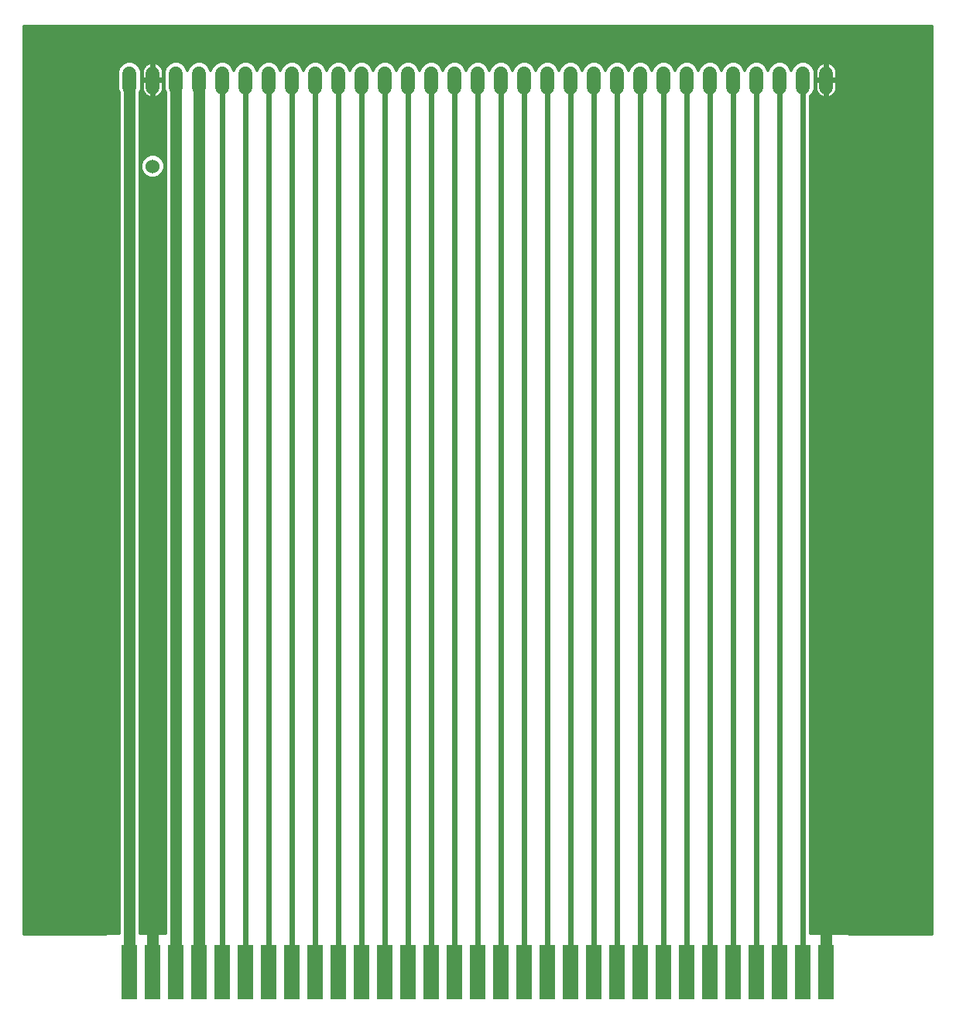
<source format=gbl>
G75*
G70*
%OFA0B0*%
%FSLAX24Y24*%
%IPPOS*%
%LPD*%
%AMOC8*
5,1,8,0,0,1.08239X$1,22.5*
%
%ADD10R,0.0650X0.2350*%
%ADD11C,0.0600*%
%ADD12C,0.2500*%
%ADD13C,0.0120*%
%ADD14C,0.0500*%
%ADD15C,0.0600*%
%ADD16C,0.0240*%
D10*
X005180Y001915D03*
X006180Y001915D03*
X007180Y001915D03*
X008180Y001915D03*
X009180Y001915D03*
X010180Y001915D03*
X011180Y001915D03*
X012180Y001915D03*
X013180Y001915D03*
X014180Y001915D03*
X015180Y001915D03*
X016180Y001915D03*
X017180Y001915D03*
X018180Y001915D03*
X019180Y001915D03*
X020180Y001915D03*
X021180Y001915D03*
X022180Y001915D03*
X023180Y001915D03*
X024180Y001915D03*
X025180Y001915D03*
X026180Y001915D03*
X027180Y001915D03*
X028180Y001915D03*
X029180Y001915D03*
X030180Y001915D03*
X031180Y001915D03*
X032180Y001915D03*
X033180Y001915D03*
X034180Y001915D03*
X035180Y001915D03*
D11*
X035180Y040005D02*
X035180Y040605D01*
X034180Y040605D02*
X034180Y040005D01*
X033180Y040005D02*
X033180Y040605D01*
X032180Y040605D02*
X032180Y040005D01*
X031180Y040005D02*
X031180Y040605D01*
X030180Y040605D02*
X030180Y040005D01*
X029180Y040005D02*
X029180Y040605D01*
X028180Y040605D02*
X028180Y040005D01*
X027180Y040005D02*
X027180Y040605D01*
X026180Y040605D02*
X026180Y040005D01*
X025180Y040005D02*
X025180Y040605D01*
X024180Y040605D02*
X024180Y040005D01*
X023180Y040005D02*
X023180Y040605D01*
X022180Y040605D02*
X022180Y040005D01*
X021180Y040005D02*
X021180Y040605D01*
X020180Y040605D02*
X020180Y040005D01*
X019180Y040005D02*
X019180Y040605D01*
X018180Y040605D02*
X018180Y040005D01*
X017180Y040005D02*
X017180Y040605D01*
X016180Y040605D02*
X016180Y040005D01*
X015180Y040005D02*
X015180Y040605D01*
X014180Y040605D02*
X014180Y040005D01*
X013180Y040005D02*
X013180Y040605D01*
X012180Y040605D02*
X012180Y040005D01*
X011180Y040005D02*
X011180Y040605D01*
X010180Y040605D02*
X010180Y040005D01*
X009180Y040005D02*
X009180Y040605D01*
X008180Y040605D02*
X008180Y040005D01*
X007180Y040005D02*
X007180Y040605D01*
X006180Y040605D02*
X006180Y040005D01*
X005180Y040005D02*
X005180Y040605D01*
D12*
X002180Y041100D03*
X002180Y005100D03*
X038180Y005100D03*
X038180Y041100D03*
D13*
X000640Y042640D02*
X000640Y003560D01*
X004180Y003560D01*
X004180Y003600D01*
X004720Y003600D01*
X004720Y039783D01*
X004670Y039904D01*
X004670Y040706D01*
X004748Y040894D01*
X004891Y041037D01*
X005079Y041115D01*
X005281Y041115D01*
X005469Y041037D01*
X005612Y040894D01*
X005690Y040706D01*
X005690Y039904D01*
X005640Y039783D01*
X005640Y003600D01*
X006720Y003600D01*
X006720Y039783D01*
X006670Y039904D01*
X006670Y040706D01*
X006748Y040894D01*
X006891Y041037D01*
X007079Y041115D01*
X007281Y041115D01*
X007469Y041037D01*
X007612Y040894D01*
X007680Y040731D01*
X007748Y040894D01*
X007891Y041037D01*
X008079Y041115D01*
X008281Y041115D01*
X008469Y041037D01*
X008612Y040894D01*
X008680Y040731D01*
X008748Y040894D01*
X008891Y041037D01*
X009079Y041115D01*
X009281Y041115D01*
X009469Y041037D01*
X009612Y040894D01*
X009680Y040731D01*
X009748Y040894D01*
X009891Y041037D01*
X010079Y041115D01*
X010281Y041115D01*
X010469Y041037D01*
X010612Y040894D01*
X010680Y040731D01*
X010748Y040894D01*
X010891Y041037D01*
X011079Y041115D01*
X011281Y041115D01*
X011469Y041037D01*
X011612Y040894D01*
X011680Y040731D01*
X011748Y040894D01*
X011891Y041037D01*
X012079Y041115D01*
X012281Y041115D01*
X012469Y041037D01*
X012612Y040894D01*
X012680Y040731D01*
X012748Y040894D01*
X012891Y041037D01*
X013079Y041115D01*
X013281Y041115D01*
X013469Y041037D01*
X013612Y040894D01*
X013680Y040731D01*
X013748Y040894D01*
X013891Y041037D01*
X014079Y041115D01*
X014281Y041115D01*
X014469Y041037D01*
X014612Y040894D01*
X014680Y040731D01*
X014748Y040894D01*
X014891Y041037D01*
X015079Y041115D01*
X015281Y041115D01*
X015469Y041037D01*
X015612Y040894D01*
X015680Y040731D01*
X015748Y040894D01*
X015891Y041037D01*
X016079Y041115D01*
X016281Y041115D01*
X016469Y041037D01*
X016612Y040894D01*
X016680Y040731D01*
X016748Y040894D01*
X016891Y041037D01*
X017079Y041115D01*
X017281Y041115D01*
X017469Y041037D01*
X017612Y040894D01*
X017680Y040731D01*
X017748Y040894D01*
X017891Y041037D01*
X018079Y041115D01*
X018281Y041115D01*
X018469Y041037D01*
X018612Y040894D01*
X018680Y040731D01*
X018748Y040894D01*
X018891Y041037D01*
X019079Y041115D01*
X019281Y041115D01*
X019469Y041037D01*
X019612Y040894D01*
X019680Y040731D01*
X019748Y040894D01*
X019891Y041037D01*
X020079Y041115D01*
X020281Y041115D01*
X020469Y041037D01*
X020612Y040894D01*
X020680Y040731D01*
X020748Y040894D01*
X020891Y041037D01*
X021079Y041115D01*
X021281Y041115D01*
X021469Y041037D01*
X021612Y040894D01*
X021680Y040731D01*
X021748Y040894D01*
X021891Y041037D01*
X022079Y041115D01*
X022281Y041115D01*
X022469Y041037D01*
X022612Y040894D01*
X022680Y040731D01*
X022748Y040894D01*
X022891Y041037D01*
X023079Y041115D01*
X023281Y041115D01*
X023469Y041037D01*
X023612Y040894D01*
X023680Y040731D01*
X023748Y040894D01*
X023891Y041037D01*
X024079Y041115D01*
X024281Y041115D01*
X024469Y041037D01*
X024612Y040894D01*
X024680Y040731D01*
X024748Y040894D01*
X024891Y041037D01*
X025079Y041115D01*
X025281Y041115D01*
X025469Y041037D01*
X025612Y040894D01*
X025680Y040731D01*
X025748Y040894D01*
X025891Y041037D01*
X026079Y041115D01*
X026281Y041115D01*
X026469Y041037D01*
X026612Y040894D01*
X026680Y040731D01*
X026748Y040894D01*
X026891Y041037D01*
X027079Y041115D01*
X027281Y041115D01*
X027469Y041037D01*
X027612Y040894D01*
X027680Y040731D01*
X027748Y040894D01*
X027891Y041037D01*
X028079Y041115D01*
X028281Y041115D01*
X028469Y041037D01*
X028612Y040894D01*
X028680Y040731D01*
X028748Y040894D01*
X028891Y041037D01*
X029079Y041115D01*
X029281Y041115D01*
X029469Y041037D01*
X029612Y040894D01*
X029680Y040731D01*
X029748Y040894D01*
X029891Y041037D01*
X030079Y041115D01*
X030281Y041115D01*
X030469Y041037D01*
X030612Y040894D01*
X030680Y040731D01*
X030748Y040894D01*
X030891Y041037D01*
X031079Y041115D01*
X031281Y041115D01*
X031469Y041037D01*
X031612Y040894D01*
X031680Y040731D01*
X031748Y040894D01*
X031891Y041037D01*
X032079Y041115D01*
X032281Y041115D01*
X032469Y041037D01*
X032612Y040894D01*
X032680Y040731D01*
X032748Y040894D01*
X032891Y041037D01*
X033079Y041115D01*
X033281Y041115D01*
X033469Y041037D01*
X033612Y040894D01*
X033680Y040731D01*
X033748Y040894D01*
X033891Y041037D01*
X034079Y041115D01*
X034281Y041115D01*
X034469Y041037D01*
X034612Y040894D01*
X034690Y040706D01*
X034690Y039904D01*
X034612Y039716D01*
X034510Y039614D01*
X034510Y003600D01*
X036180Y003600D01*
X036180Y003560D01*
X039720Y003560D01*
X039720Y042640D01*
X000640Y042640D01*
X000640Y042561D02*
X039720Y042561D01*
X039720Y042442D02*
X000640Y042442D01*
X000640Y042324D02*
X039720Y042324D01*
X039720Y042205D02*
X000640Y042205D01*
X000640Y042087D02*
X039720Y042087D01*
X039720Y041968D02*
X000640Y041968D01*
X000640Y041850D02*
X039720Y041850D01*
X039720Y041731D02*
X000640Y041731D01*
X000640Y041613D02*
X039720Y041613D01*
X039720Y041494D02*
X000640Y041494D01*
X000640Y041376D02*
X039720Y041376D01*
X039720Y041257D02*
X000640Y041257D01*
X000640Y041139D02*
X039720Y041139D01*
X039720Y041020D02*
X035379Y041020D01*
X035357Y041031D02*
X035288Y041054D01*
X035220Y041064D01*
X035220Y040345D01*
X035640Y040345D01*
X035640Y040641D01*
X035629Y040713D01*
X035606Y040782D01*
X035573Y040846D01*
X035531Y040905D01*
X035480Y040956D01*
X035421Y040998D01*
X035357Y041031D01*
X035220Y041020D02*
X035140Y041020D01*
X035140Y041064D02*
X035072Y041054D01*
X035003Y041031D01*
X034939Y040998D01*
X034880Y040956D01*
X034829Y040905D01*
X034787Y040846D01*
X034754Y040782D01*
X034731Y040713D01*
X034720Y040641D01*
X034720Y040345D01*
X035140Y040345D01*
X035140Y041064D01*
X035140Y040902D02*
X035220Y040902D01*
X035220Y040783D02*
X035140Y040783D01*
X035140Y040665D02*
X035220Y040665D01*
X035220Y040546D02*
X035140Y040546D01*
X035140Y040428D02*
X035220Y040428D01*
X035220Y040345D02*
X035140Y040345D01*
X035140Y040265D01*
X035220Y040265D01*
X035220Y040345D01*
X035220Y040309D02*
X039720Y040309D01*
X039720Y040191D02*
X035640Y040191D01*
X035640Y040265D02*
X035220Y040265D01*
X035220Y039546D01*
X035288Y039556D01*
X035357Y039579D01*
X035421Y039612D01*
X035480Y039654D01*
X035531Y039705D01*
X035573Y039764D01*
X035606Y039828D01*
X035629Y039897D01*
X035640Y039969D01*
X035640Y040265D01*
X035640Y040428D02*
X039720Y040428D01*
X039720Y040546D02*
X035640Y040546D01*
X035636Y040665D02*
X039720Y040665D01*
X039720Y040783D02*
X035606Y040783D01*
X035533Y040902D02*
X039720Y040902D01*
X039720Y040072D02*
X035640Y040072D01*
X035638Y039954D02*
X039720Y039954D01*
X039720Y039835D02*
X035608Y039835D01*
X035539Y039717D02*
X039720Y039717D01*
X039720Y039598D02*
X035395Y039598D01*
X035220Y039598D02*
X035140Y039598D01*
X035140Y039546D02*
X035140Y040265D01*
X034720Y040265D01*
X034720Y039969D01*
X034731Y039897D01*
X034754Y039828D01*
X034787Y039764D01*
X034829Y039705D01*
X034880Y039654D01*
X034939Y039612D01*
X035003Y039579D01*
X035072Y039556D01*
X035140Y039546D01*
X035140Y039717D02*
X035220Y039717D01*
X035220Y039835D02*
X035140Y039835D01*
X035140Y039954D02*
X035220Y039954D01*
X035220Y040072D02*
X035140Y040072D01*
X035140Y040191D02*
X035220Y040191D01*
X035140Y040309D02*
X034690Y040309D01*
X034690Y040191D02*
X034720Y040191D01*
X034720Y040072D02*
X034690Y040072D01*
X034690Y039954D02*
X034722Y039954D01*
X034752Y039835D02*
X034662Y039835D01*
X034613Y039717D02*
X034821Y039717D01*
X034965Y039598D02*
X034510Y039598D01*
X034510Y039480D02*
X039720Y039480D01*
X039720Y039361D02*
X034510Y039361D01*
X034510Y039243D02*
X039720Y039243D01*
X039720Y039124D02*
X034510Y039124D01*
X034510Y039006D02*
X039720Y039006D01*
X039720Y038887D02*
X034510Y038887D01*
X034510Y038769D02*
X039720Y038769D01*
X039720Y038650D02*
X034510Y038650D01*
X034510Y038532D02*
X039720Y038532D01*
X039720Y038413D02*
X034510Y038413D01*
X034510Y038295D02*
X039720Y038295D01*
X039720Y038176D02*
X034510Y038176D01*
X034510Y038058D02*
X039720Y038058D01*
X039720Y037939D02*
X034510Y037939D01*
X034510Y037821D02*
X039720Y037821D01*
X039720Y037702D02*
X034510Y037702D01*
X034510Y037584D02*
X039720Y037584D01*
X039720Y037465D02*
X034510Y037465D01*
X034510Y037347D02*
X039720Y037347D01*
X039720Y037228D02*
X034510Y037228D01*
X034510Y037110D02*
X039720Y037110D01*
X039720Y036991D02*
X034510Y036991D01*
X034510Y036873D02*
X039720Y036873D01*
X039720Y036754D02*
X034510Y036754D01*
X034510Y036636D02*
X039720Y036636D01*
X039720Y036517D02*
X034510Y036517D01*
X034510Y036399D02*
X039720Y036399D01*
X039720Y036280D02*
X034510Y036280D01*
X034510Y036162D02*
X039720Y036162D01*
X039720Y036043D02*
X034510Y036043D01*
X034510Y035925D02*
X039720Y035925D01*
X039720Y035806D02*
X034510Y035806D01*
X034510Y035688D02*
X039720Y035688D01*
X039720Y035569D02*
X034510Y035569D01*
X034510Y035451D02*
X039720Y035451D01*
X039720Y035332D02*
X034510Y035332D01*
X034510Y035214D02*
X039720Y035214D01*
X039720Y035095D02*
X034510Y035095D01*
X034510Y034977D02*
X039720Y034977D01*
X039720Y034858D02*
X034510Y034858D01*
X034510Y034740D02*
X039720Y034740D01*
X039720Y034621D02*
X034510Y034621D01*
X034510Y034503D02*
X039720Y034503D01*
X039720Y034384D02*
X034510Y034384D01*
X034510Y034266D02*
X039720Y034266D01*
X039720Y034147D02*
X034510Y034147D01*
X034510Y034029D02*
X039720Y034029D01*
X039720Y033910D02*
X034510Y033910D01*
X034510Y033792D02*
X039720Y033792D01*
X039720Y033673D02*
X034510Y033673D01*
X034510Y033555D02*
X039720Y033555D01*
X039720Y033436D02*
X034510Y033436D01*
X034510Y033318D02*
X039720Y033318D01*
X039720Y033199D02*
X034510Y033199D01*
X034510Y033081D02*
X039720Y033081D01*
X039720Y032962D02*
X034510Y032962D01*
X034510Y032844D02*
X039720Y032844D01*
X039720Y032725D02*
X034510Y032725D01*
X034510Y032607D02*
X039720Y032607D01*
X039720Y032488D02*
X034510Y032488D01*
X034510Y032370D02*
X039720Y032370D01*
X039720Y032251D02*
X034510Y032251D01*
X034510Y032133D02*
X039720Y032133D01*
X039720Y032014D02*
X034510Y032014D01*
X034510Y031896D02*
X039720Y031896D01*
X039720Y031777D02*
X034510Y031777D01*
X034510Y031659D02*
X039720Y031659D01*
X039720Y031540D02*
X034510Y031540D01*
X034510Y031422D02*
X039720Y031422D01*
X039720Y031303D02*
X034510Y031303D01*
X034510Y031185D02*
X039720Y031185D01*
X039720Y031066D02*
X034510Y031066D01*
X034510Y030948D02*
X039720Y030948D01*
X039720Y030829D02*
X034510Y030829D01*
X034510Y030711D02*
X039720Y030711D01*
X039720Y030592D02*
X034510Y030592D01*
X034510Y030474D02*
X039720Y030474D01*
X039720Y030355D02*
X034510Y030355D01*
X034510Y030237D02*
X039720Y030237D01*
X039720Y030118D02*
X034510Y030118D01*
X034510Y030000D02*
X039720Y030000D01*
X039720Y029881D02*
X034510Y029881D01*
X034510Y029763D02*
X039720Y029763D01*
X039720Y029644D02*
X034510Y029644D01*
X034510Y029526D02*
X039720Y029526D01*
X039720Y029407D02*
X034510Y029407D01*
X034510Y029289D02*
X039720Y029289D01*
X039720Y029170D02*
X034510Y029170D01*
X034510Y029052D02*
X039720Y029052D01*
X039720Y028933D02*
X034510Y028933D01*
X034510Y028815D02*
X039720Y028815D01*
X039720Y028696D02*
X034510Y028696D01*
X034510Y028578D02*
X039720Y028578D01*
X039720Y028459D02*
X034510Y028459D01*
X034510Y028341D02*
X039720Y028341D01*
X039720Y028222D02*
X034510Y028222D01*
X034510Y028104D02*
X039720Y028104D01*
X039720Y027985D02*
X034510Y027985D01*
X034510Y027867D02*
X039720Y027867D01*
X039720Y027748D02*
X034510Y027748D01*
X034510Y027630D02*
X039720Y027630D01*
X039720Y027511D02*
X034510Y027511D01*
X034510Y027393D02*
X039720Y027393D01*
X039720Y027274D02*
X034510Y027274D01*
X034510Y027156D02*
X039720Y027156D01*
X039720Y027037D02*
X034510Y027037D01*
X034510Y026919D02*
X039720Y026919D01*
X039720Y026800D02*
X034510Y026800D01*
X034510Y026682D02*
X039720Y026682D01*
X039720Y026563D02*
X034510Y026563D01*
X034510Y026445D02*
X039720Y026445D01*
X039720Y026326D02*
X034510Y026326D01*
X034510Y026208D02*
X039720Y026208D01*
X039720Y026089D02*
X034510Y026089D01*
X034510Y025971D02*
X039720Y025971D01*
X039720Y025852D02*
X034510Y025852D01*
X034510Y025734D02*
X039720Y025734D01*
X039720Y025615D02*
X034510Y025615D01*
X034510Y025497D02*
X039720Y025497D01*
X039720Y025378D02*
X034510Y025378D01*
X034510Y025260D02*
X039720Y025260D01*
X039720Y025141D02*
X034510Y025141D01*
X034510Y025023D02*
X039720Y025023D01*
X039720Y024904D02*
X034510Y024904D01*
X034510Y024786D02*
X039720Y024786D01*
X039720Y024667D02*
X034510Y024667D01*
X034510Y024549D02*
X039720Y024549D01*
X039720Y024430D02*
X034510Y024430D01*
X034510Y024312D02*
X039720Y024312D01*
X039720Y024193D02*
X034510Y024193D01*
X034510Y024075D02*
X039720Y024075D01*
X039720Y023956D02*
X034510Y023956D01*
X034510Y023838D02*
X039720Y023838D01*
X039720Y023719D02*
X034510Y023719D01*
X034510Y023601D02*
X039720Y023601D01*
X039720Y023482D02*
X034510Y023482D01*
X034510Y023364D02*
X039720Y023364D01*
X039720Y023245D02*
X034510Y023245D01*
X034510Y023127D02*
X039720Y023127D01*
X039720Y023008D02*
X034510Y023008D01*
X034510Y022890D02*
X039720Y022890D01*
X039720Y022771D02*
X034510Y022771D01*
X034510Y022653D02*
X039720Y022653D01*
X039720Y022534D02*
X034510Y022534D01*
X034510Y022416D02*
X039720Y022416D01*
X039720Y022297D02*
X034510Y022297D01*
X034510Y022179D02*
X039720Y022179D01*
X039720Y022060D02*
X034510Y022060D01*
X034510Y021942D02*
X039720Y021942D01*
X039720Y021823D02*
X034510Y021823D01*
X034510Y021705D02*
X039720Y021705D01*
X039720Y021586D02*
X034510Y021586D01*
X034510Y021468D02*
X039720Y021468D01*
X039720Y021349D02*
X034510Y021349D01*
X034510Y021231D02*
X039720Y021231D01*
X039720Y021112D02*
X034510Y021112D01*
X034510Y020994D02*
X039720Y020994D01*
X039720Y020875D02*
X034510Y020875D01*
X034510Y020757D02*
X039720Y020757D01*
X039720Y020638D02*
X034510Y020638D01*
X034510Y020520D02*
X039720Y020520D01*
X039720Y020401D02*
X034510Y020401D01*
X034510Y020283D02*
X039720Y020283D01*
X039720Y020164D02*
X034510Y020164D01*
X034510Y020046D02*
X039720Y020046D01*
X039720Y019927D02*
X034510Y019927D01*
X034510Y019809D02*
X039720Y019809D01*
X039720Y019690D02*
X034510Y019690D01*
X034510Y019572D02*
X039720Y019572D01*
X039720Y019453D02*
X034510Y019453D01*
X034510Y019335D02*
X039720Y019335D01*
X039720Y019216D02*
X034510Y019216D01*
X034510Y019098D02*
X039720Y019098D01*
X039720Y018979D02*
X034510Y018979D01*
X034510Y018861D02*
X039720Y018861D01*
X039720Y018742D02*
X034510Y018742D01*
X034510Y018624D02*
X039720Y018624D01*
X039720Y018505D02*
X034510Y018505D01*
X034510Y018387D02*
X039720Y018387D01*
X039720Y018268D02*
X034510Y018268D01*
X034510Y018150D02*
X039720Y018150D01*
X039720Y018031D02*
X034510Y018031D01*
X034510Y017913D02*
X039720Y017913D01*
X039720Y017794D02*
X034510Y017794D01*
X034510Y017676D02*
X039720Y017676D01*
X039720Y017557D02*
X034510Y017557D01*
X034510Y017439D02*
X039720Y017439D01*
X039720Y017320D02*
X034510Y017320D01*
X034510Y017202D02*
X039720Y017202D01*
X039720Y017083D02*
X034510Y017083D01*
X034510Y016965D02*
X039720Y016965D01*
X039720Y016846D02*
X034510Y016846D01*
X034510Y016728D02*
X039720Y016728D01*
X039720Y016609D02*
X034510Y016609D01*
X034510Y016491D02*
X039720Y016491D01*
X039720Y016372D02*
X034510Y016372D01*
X034510Y016254D02*
X039720Y016254D01*
X039720Y016135D02*
X034510Y016135D01*
X034510Y016017D02*
X039720Y016017D01*
X039720Y015898D02*
X034510Y015898D01*
X034510Y015780D02*
X039720Y015780D01*
X039720Y015661D02*
X034510Y015661D01*
X034510Y015543D02*
X039720Y015543D01*
X039720Y015424D02*
X034510Y015424D01*
X034510Y015306D02*
X039720Y015306D01*
X039720Y015187D02*
X034510Y015187D01*
X034510Y015069D02*
X039720Y015069D01*
X039720Y014950D02*
X034510Y014950D01*
X034510Y014832D02*
X039720Y014832D01*
X039720Y014713D02*
X034510Y014713D01*
X034510Y014595D02*
X039720Y014595D01*
X039720Y014476D02*
X034510Y014476D01*
X034510Y014358D02*
X039720Y014358D01*
X039720Y014239D02*
X034510Y014239D01*
X034510Y014121D02*
X039720Y014121D01*
X039720Y014002D02*
X034510Y014002D01*
X034510Y013884D02*
X039720Y013884D01*
X039720Y013765D02*
X034510Y013765D01*
X034510Y013647D02*
X039720Y013647D01*
X039720Y013528D02*
X034510Y013528D01*
X034510Y013410D02*
X039720Y013410D01*
X039720Y013291D02*
X034510Y013291D01*
X034510Y013173D02*
X039720Y013173D01*
X039720Y013054D02*
X034510Y013054D01*
X034510Y012936D02*
X039720Y012936D01*
X039720Y012817D02*
X034510Y012817D01*
X034510Y012699D02*
X039720Y012699D01*
X039720Y012580D02*
X034510Y012580D01*
X034510Y012462D02*
X039720Y012462D01*
X039720Y012343D02*
X034510Y012343D01*
X034510Y012225D02*
X039720Y012225D01*
X039720Y012106D02*
X034510Y012106D01*
X034510Y011988D02*
X039720Y011988D01*
X039720Y011869D02*
X034510Y011869D01*
X034510Y011751D02*
X039720Y011751D01*
X039720Y011632D02*
X034510Y011632D01*
X034510Y011514D02*
X039720Y011514D01*
X039720Y011395D02*
X034510Y011395D01*
X034510Y011277D02*
X039720Y011277D01*
X039720Y011158D02*
X034510Y011158D01*
X034510Y011040D02*
X039720Y011040D01*
X039720Y010921D02*
X034510Y010921D01*
X034510Y010803D02*
X039720Y010803D01*
X039720Y010684D02*
X034510Y010684D01*
X034510Y010566D02*
X039720Y010566D01*
X039720Y010447D02*
X034510Y010447D01*
X034510Y010329D02*
X039720Y010329D01*
X039720Y010210D02*
X034510Y010210D01*
X034510Y010092D02*
X039720Y010092D01*
X039720Y009973D02*
X034510Y009973D01*
X034510Y009855D02*
X039720Y009855D01*
X039720Y009736D02*
X034510Y009736D01*
X034510Y009618D02*
X039720Y009618D01*
X039720Y009499D02*
X034510Y009499D01*
X034510Y009381D02*
X039720Y009381D01*
X039720Y009262D02*
X034510Y009262D01*
X034510Y009144D02*
X039720Y009144D01*
X039720Y009025D02*
X034510Y009025D01*
X034510Y008907D02*
X039720Y008907D01*
X039720Y008788D02*
X034510Y008788D01*
X034510Y008670D02*
X039720Y008670D01*
X039720Y008551D02*
X034510Y008551D01*
X034510Y008433D02*
X039720Y008433D01*
X039720Y008314D02*
X034510Y008314D01*
X034510Y008196D02*
X039720Y008196D01*
X039720Y008077D02*
X034510Y008077D01*
X034510Y007959D02*
X039720Y007959D01*
X039720Y007840D02*
X034510Y007840D01*
X034510Y007722D02*
X039720Y007722D01*
X039720Y007603D02*
X034510Y007603D01*
X034510Y007485D02*
X039720Y007485D01*
X039720Y007366D02*
X034510Y007366D01*
X034510Y007248D02*
X039720Y007248D01*
X039720Y007129D02*
X034510Y007129D01*
X034510Y007011D02*
X039720Y007011D01*
X039720Y006892D02*
X034510Y006892D01*
X034510Y006774D02*
X039720Y006774D01*
X039720Y006655D02*
X034510Y006655D01*
X034510Y006537D02*
X039720Y006537D01*
X039720Y006418D02*
X034510Y006418D01*
X034510Y006300D02*
X039720Y006300D01*
X039720Y006181D02*
X034510Y006181D01*
X034510Y006063D02*
X039720Y006063D01*
X039720Y005944D02*
X034510Y005944D01*
X034510Y005826D02*
X039720Y005826D01*
X039720Y005707D02*
X034510Y005707D01*
X034510Y005589D02*
X039720Y005589D01*
X039720Y005470D02*
X034510Y005470D01*
X034510Y005352D02*
X039720Y005352D01*
X039720Y005233D02*
X034510Y005233D01*
X034510Y005115D02*
X039720Y005115D01*
X039720Y004996D02*
X034510Y004996D01*
X034510Y004878D02*
X039720Y004878D01*
X039720Y004759D02*
X034510Y004759D01*
X034510Y004641D02*
X039720Y004641D01*
X039720Y004522D02*
X034510Y004522D01*
X034510Y004404D02*
X039720Y004404D01*
X039720Y004285D02*
X034510Y004285D01*
X034510Y004167D02*
X039720Y004167D01*
X039720Y004048D02*
X034510Y004048D01*
X034510Y003930D02*
X039720Y003930D01*
X039720Y003811D02*
X034510Y003811D01*
X034510Y003693D02*
X039720Y003693D01*
X039720Y003574D02*
X036180Y003574D01*
X006720Y003693D02*
X005640Y003693D01*
X005640Y003811D02*
X006720Y003811D01*
X006720Y003930D02*
X005640Y003930D01*
X005640Y004048D02*
X006720Y004048D01*
X006720Y004167D02*
X005640Y004167D01*
X005640Y004285D02*
X006720Y004285D01*
X006720Y004404D02*
X005640Y004404D01*
X005640Y004522D02*
X006720Y004522D01*
X006720Y004641D02*
X005640Y004641D01*
X005640Y004759D02*
X006720Y004759D01*
X006720Y004878D02*
X005640Y004878D01*
X005640Y004996D02*
X006720Y004996D01*
X006720Y005115D02*
X005640Y005115D01*
X005640Y005233D02*
X006720Y005233D01*
X006720Y005352D02*
X005640Y005352D01*
X005640Y005470D02*
X006720Y005470D01*
X006720Y005589D02*
X005640Y005589D01*
X005640Y005707D02*
X006720Y005707D01*
X006720Y005826D02*
X005640Y005826D01*
X005640Y005944D02*
X006720Y005944D01*
X006720Y006063D02*
X005640Y006063D01*
X005640Y006181D02*
X006720Y006181D01*
X006720Y006300D02*
X005640Y006300D01*
X005640Y006418D02*
X006720Y006418D01*
X006720Y006537D02*
X005640Y006537D01*
X005640Y006655D02*
X006720Y006655D01*
X006720Y006774D02*
X005640Y006774D01*
X005640Y006892D02*
X006720Y006892D01*
X006720Y007011D02*
X005640Y007011D01*
X005640Y007129D02*
X006720Y007129D01*
X006720Y007248D02*
X005640Y007248D01*
X005640Y007366D02*
X006720Y007366D01*
X006720Y007485D02*
X005640Y007485D01*
X005640Y007603D02*
X006720Y007603D01*
X006720Y007722D02*
X005640Y007722D01*
X005640Y007840D02*
X006720Y007840D01*
X006720Y007959D02*
X005640Y007959D01*
X005640Y008077D02*
X006720Y008077D01*
X006720Y008196D02*
X005640Y008196D01*
X005640Y008314D02*
X006720Y008314D01*
X006720Y008433D02*
X005640Y008433D01*
X005640Y008551D02*
X006720Y008551D01*
X006720Y008670D02*
X005640Y008670D01*
X005640Y008788D02*
X006720Y008788D01*
X006720Y008907D02*
X005640Y008907D01*
X005640Y009025D02*
X006720Y009025D01*
X006720Y009144D02*
X005640Y009144D01*
X005640Y009262D02*
X006720Y009262D01*
X006720Y009381D02*
X005640Y009381D01*
X005640Y009499D02*
X006720Y009499D01*
X006720Y009618D02*
X005640Y009618D01*
X005640Y009736D02*
X006720Y009736D01*
X006720Y009855D02*
X005640Y009855D01*
X005640Y009973D02*
X006720Y009973D01*
X006720Y010092D02*
X005640Y010092D01*
X005640Y010210D02*
X006720Y010210D01*
X006720Y010329D02*
X005640Y010329D01*
X005640Y010447D02*
X006720Y010447D01*
X006720Y010566D02*
X005640Y010566D01*
X005640Y010684D02*
X006720Y010684D01*
X006720Y010803D02*
X005640Y010803D01*
X005640Y010921D02*
X006720Y010921D01*
X006720Y011040D02*
X005640Y011040D01*
X005640Y011158D02*
X006720Y011158D01*
X006720Y011277D02*
X005640Y011277D01*
X005640Y011395D02*
X006720Y011395D01*
X006720Y011514D02*
X005640Y011514D01*
X005640Y011632D02*
X006720Y011632D01*
X006720Y011751D02*
X005640Y011751D01*
X005640Y011869D02*
X006720Y011869D01*
X006720Y011988D02*
X005640Y011988D01*
X005640Y012106D02*
X006720Y012106D01*
X006720Y012225D02*
X005640Y012225D01*
X005640Y012343D02*
X006720Y012343D01*
X006720Y012462D02*
X005640Y012462D01*
X005640Y012580D02*
X006720Y012580D01*
X006720Y012699D02*
X005640Y012699D01*
X005640Y012817D02*
X006720Y012817D01*
X006720Y012936D02*
X005640Y012936D01*
X005640Y013054D02*
X006720Y013054D01*
X006720Y013173D02*
X005640Y013173D01*
X005640Y013291D02*
X006720Y013291D01*
X006720Y013410D02*
X005640Y013410D01*
X005640Y013528D02*
X006720Y013528D01*
X006720Y013647D02*
X005640Y013647D01*
X005640Y013765D02*
X006720Y013765D01*
X006720Y013884D02*
X005640Y013884D01*
X005640Y014002D02*
X006720Y014002D01*
X006720Y014121D02*
X005640Y014121D01*
X005640Y014239D02*
X006720Y014239D01*
X006720Y014358D02*
X005640Y014358D01*
X005640Y014476D02*
X006720Y014476D01*
X006720Y014595D02*
X005640Y014595D01*
X005640Y014713D02*
X006720Y014713D01*
X006720Y014832D02*
X005640Y014832D01*
X005640Y014950D02*
X006720Y014950D01*
X006720Y015069D02*
X005640Y015069D01*
X005640Y015187D02*
X006720Y015187D01*
X006720Y015306D02*
X005640Y015306D01*
X005640Y015424D02*
X006720Y015424D01*
X006720Y015543D02*
X005640Y015543D01*
X005640Y015661D02*
X006720Y015661D01*
X006720Y015780D02*
X005640Y015780D01*
X005640Y015898D02*
X006720Y015898D01*
X006720Y016017D02*
X005640Y016017D01*
X005640Y016135D02*
X006720Y016135D01*
X006720Y016254D02*
X005640Y016254D01*
X005640Y016372D02*
X006720Y016372D01*
X006720Y016491D02*
X005640Y016491D01*
X005640Y016609D02*
X006720Y016609D01*
X006720Y016728D02*
X005640Y016728D01*
X005640Y016846D02*
X006720Y016846D01*
X006720Y016965D02*
X005640Y016965D01*
X005640Y017083D02*
X006720Y017083D01*
X006720Y017202D02*
X005640Y017202D01*
X005640Y017320D02*
X006720Y017320D01*
X006720Y017439D02*
X005640Y017439D01*
X005640Y017557D02*
X006720Y017557D01*
X006720Y017676D02*
X005640Y017676D01*
X005640Y017794D02*
X006720Y017794D01*
X006720Y017913D02*
X005640Y017913D01*
X005640Y018031D02*
X006720Y018031D01*
X006720Y018150D02*
X005640Y018150D01*
X005640Y018268D02*
X006720Y018268D01*
X006720Y018387D02*
X005640Y018387D01*
X005640Y018505D02*
X006720Y018505D01*
X006720Y018624D02*
X005640Y018624D01*
X005640Y018742D02*
X006720Y018742D01*
X006720Y018861D02*
X005640Y018861D01*
X005640Y018979D02*
X006720Y018979D01*
X006720Y019098D02*
X005640Y019098D01*
X005640Y019216D02*
X006720Y019216D01*
X006720Y019335D02*
X005640Y019335D01*
X005640Y019453D02*
X006720Y019453D01*
X006720Y019572D02*
X005640Y019572D01*
X005640Y019690D02*
X006720Y019690D01*
X006720Y019809D02*
X005640Y019809D01*
X005640Y019927D02*
X006720Y019927D01*
X006720Y020046D02*
X005640Y020046D01*
X005640Y020164D02*
X006720Y020164D01*
X006720Y020283D02*
X005640Y020283D01*
X005640Y020401D02*
X006720Y020401D01*
X006720Y020520D02*
X005640Y020520D01*
X005640Y020638D02*
X006720Y020638D01*
X006720Y020757D02*
X005640Y020757D01*
X005640Y020875D02*
X006720Y020875D01*
X006720Y020994D02*
X005640Y020994D01*
X005640Y021112D02*
X006720Y021112D01*
X006720Y021231D02*
X005640Y021231D01*
X005640Y021349D02*
X006720Y021349D01*
X006720Y021468D02*
X005640Y021468D01*
X005640Y021586D02*
X006720Y021586D01*
X006720Y021705D02*
X005640Y021705D01*
X005640Y021823D02*
X006720Y021823D01*
X006720Y021942D02*
X005640Y021942D01*
X005640Y022060D02*
X006720Y022060D01*
X006720Y022179D02*
X005640Y022179D01*
X005640Y022297D02*
X006720Y022297D01*
X006720Y022416D02*
X005640Y022416D01*
X005640Y022534D02*
X006720Y022534D01*
X006720Y022653D02*
X005640Y022653D01*
X005640Y022771D02*
X006720Y022771D01*
X006720Y022890D02*
X005640Y022890D01*
X005640Y023008D02*
X006720Y023008D01*
X006720Y023127D02*
X005640Y023127D01*
X005640Y023245D02*
X006720Y023245D01*
X006720Y023364D02*
X005640Y023364D01*
X005640Y023482D02*
X006720Y023482D01*
X006720Y023601D02*
X005640Y023601D01*
X005640Y023719D02*
X006720Y023719D01*
X006720Y023838D02*
X005640Y023838D01*
X005640Y023956D02*
X006720Y023956D01*
X006720Y024075D02*
X005640Y024075D01*
X005640Y024193D02*
X006720Y024193D01*
X006720Y024312D02*
X005640Y024312D01*
X005640Y024430D02*
X006720Y024430D01*
X006720Y024549D02*
X005640Y024549D01*
X005640Y024667D02*
X006720Y024667D01*
X006720Y024786D02*
X005640Y024786D01*
X005640Y024904D02*
X006720Y024904D01*
X006720Y025023D02*
X005640Y025023D01*
X005640Y025141D02*
X006720Y025141D01*
X006720Y025260D02*
X005640Y025260D01*
X005640Y025378D02*
X006720Y025378D01*
X006720Y025497D02*
X005640Y025497D01*
X005640Y025615D02*
X006720Y025615D01*
X006720Y025734D02*
X005640Y025734D01*
X005640Y025852D02*
X006720Y025852D01*
X006720Y025971D02*
X005640Y025971D01*
X005640Y026089D02*
X006720Y026089D01*
X006720Y026208D02*
X005640Y026208D01*
X005640Y026326D02*
X006720Y026326D01*
X006720Y026445D02*
X005640Y026445D01*
X005640Y026563D02*
X006720Y026563D01*
X006720Y026682D02*
X005640Y026682D01*
X005640Y026800D02*
X006720Y026800D01*
X006720Y026919D02*
X005640Y026919D01*
X005640Y027037D02*
X006720Y027037D01*
X006720Y027156D02*
X005640Y027156D01*
X005640Y027274D02*
X006720Y027274D01*
X006720Y027393D02*
X005640Y027393D01*
X005640Y027511D02*
X006720Y027511D01*
X006720Y027630D02*
X005640Y027630D01*
X005640Y027748D02*
X006720Y027748D01*
X006720Y027867D02*
X005640Y027867D01*
X005640Y027985D02*
X006720Y027985D01*
X006720Y028104D02*
X005640Y028104D01*
X005640Y028222D02*
X006720Y028222D01*
X006720Y028341D02*
X005640Y028341D01*
X005640Y028459D02*
X006720Y028459D01*
X006720Y028578D02*
X005640Y028578D01*
X005640Y028696D02*
X006720Y028696D01*
X006720Y028815D02*
X005640Y028815D01*
X005640Y028933D02*
X006720Y028933D01*
X006720Y029052D02*
X005640Y029052D01*
X005640Y029170D02*
X006720Y029170D01*
X006720Y029289D02*
X005640Y029289D01*
X005640Y029407D02*
X006720Y029407D01*
X006720Y029526D02*
X005640Y029526D01*
X005640Y029644D02*
X006720Y029644D01*
X006720Y029763D02*
X005640Y029763D01*
X005640Y029881D02*
X006720Y029881D01*
X006720Y030000D02*
X005640Y030000D01*
X005640Y030118D02*
X006720Y030118D01*
X006720Y030237D02*
X005640Y030237D01*
X005640Y030355D02*
X006720Y030355D01*
X006720Y030474D02*
X005640Y030474D01*
X005640Y030592D02*
X006720Y030592D01*
X006720Y030711D02*
X005640Y030711D01*
X005640Y030829D02*
X006720Y030829D01*
X006720Y030948D02*
X005640Y030948D01*
X005640Y031066D02*
X006720Y031066D01*
X006720Y031185D02*
X005640Y031185D01*
X005640Y031303D02*
X006720Y031303D01*
X006720Y031422D02*
X005640Y031422D01*
X005640Y031540D02*
X006720Y031540D01*
X006720Y031659D02*
X005640Y031659D01*
X005640Y031777D02*
X006720Y031777D01*
X006720Y031896D02*
X005640Y031896D01*
X005640Y032014D02*
X006720Y032014D01*
X006720Y032133D02*
X005640Y032133D01*
X005640Y032251D02*
X006720Y032251D01*
X006720Y032370D02*
X005640Y032370D01*
X005640Y032488D02*
X006720Y032488D01*
X006720Y032607D02*
X005640Y032607D01*
X005640Y032725D02*
X006720Y032725D01*
X006720Y032844D02*
X005640Y032844D01*
X005640Y032962D02*
X006720Y032962D01*
X006720Y033081D02*
X005640Y033081D01*
X005640Y033199D02*
X006720Y033199D01*
X006720Y033318D02*
X005640Y033318D01*
X005640Y033436D02*
X006720Y033436D01*
X006720Y033555D02*
X005640Y033555D01*
X005640Y033673D02*
X006720Y033673D01*
X006720Y033792D02*
X005640Y033792D01*
X005640Y033910D02*
X006720Y033910D01*
X006720Y034029D02*
X005640Y034029D01*
X005640Y034147D02*
X006720Y034147D01*
X006720Y034266D02*
X005640Y034266D01*
X005640Y034384D02*
X006720Y034384D01*
X006720Y034503D02*
X005640Y034503D01*
X005640Y034621D02*
X006720Y034621D01*
X006720Y034740D02*
X005640Y034740D01*
X005640Y034858D02*
X006720Y034858D01*
X006720Y034977D02*
X005640Y034977D01*
X005640Y035095D02*
X006720Y035095D01*
X006720Y035214D02*
X005640Y035214D01*
X005640Y035332D02*
X006720Y035332D01*
X006720Y035451D02*
X005640Y035451D01*
X005640Y035569D02*
X006720Y035569D01*
X006720Y035688D02*
X005640Y035688D01*
X005640Y035806D02*
X006720Y035806D01*
X006720Y035925D02*
X005640Y035925D01*
X005640Y036043D02*
X006720Y036043D01*
X006720Y036162D02*
X006454Y036162D01*
X006469Y036168D02*
X006281Y036090D01*
X006079Y036090D01*
X005891Y036168D01*
X005748Y036311D01*
X005670Y036499D01*
X005670Y036701D01*
X005748Y036889D01*
X005891Y037032D01*
X006079Y037110D01*
X006281Y037110D01*
X006469Y037032D01*
X006612Y036889D01*
X006690Y036701D01*
X006690Y036499D01*
X006612Y036311D01*
X006469Y036168D01*
X006581Y036280D02*
X006720Y036280D01*
X006720Y036399D02*
X006649Y036399D01*
X006690Y036517D02*
X006720Y036517D01*
X006720Y036636D02*
X006690Y036636D01*
X006668Y036754D02*
X006720Y036754D01*
X006720Y036873D02*
X006619Y036873D01*
X006720Y036991D02*
X006510Y036991D01*
X006720Y037110D02*
X006282Y037110D01*
X006078Y037110D02*
X005640Y037110D01*
X005640Y037228D02*
X006720Y037228D01*
X006720Y037347D02*
X005640Y037347D01*
X005640Y037465D02*
X006720Y037465D01*
X006720Y037584D02*
X005640Y037584D01*
X005640Y037702D02*
X006720Y037702D01*
X006720Y037821D02*
X005640Y037821D01*
X005640Y037939D02*
X006720Y037939D01*
X006720Y038058D02*
X005640Y038058D01*
X005640Y038176D02*
X006720Y038176D01*
X006720Y038295D02*
X005640Y038295D01*
X005640Y038413D02*
X006720Y038413D01*
X006720Y038532D02*
X005640Y038532D01*
X005640Y038650D02*
X006720Y038650D01*
X006720Y038769D02*
X005640Y038769D01*
X005640Y038887D02*
X006720Y038887D01*
X006720Y039006D02*
X005640Y039006D01*
X005640Y039124D02*
X006720Y039124D01*
X006720Y039243D02*
X005640Y039243D01*
X005640Y039361D02*
X006720Y039361D01*
X006720Y039480D02*
X005640Y039480D01*
X005640Y039598D02*
X005965Y039598D01*
X005939Y039612D02*
X006003Y039579D01*
X006072Y039556D01*
X006140Y039546D01*
X006140Y040265D01*
X006220Y040265D01*
X006220Y040345D01*
X006640Y040345D01*
X006640Y040641D01*
X006629Y040713D01*
X006606Y040782D01*
X006573Y040846D01*
X006531Y040905D01*
X006480Y040956D01*
X006421Y040998D01*
X006357Y041031D01*
X006288Y041054D01*
X006220Y041064D01*
X006220Y040345D01*
X006140Y040345D01*
X006140Y041064D01*
X006072Y041054D01*
X006003Y041031D01*
X005939Y040998D01*
X005880Y040956D01*
X005829Y040905D01*
X005787Y040846D01*
X005754Y040782D01*
X005731Y040713D01*
X005720Y040641D01*
X005720Y040345D01*
X006140Y040345D01*
X006140Y040265D01*
X005720Y040265D01*
X005720Y039969D01*
X005731Y039897D01*
X005754Y039828D01*
X005787Y039764D01*
X005829Y039705D01*
X005880Y039654D01*
X005939Y039612D01*
X005821Y039717D02*
X005640Y039717D01*
X005662Y039835D02*
X005752Y039835D01*
X005722Y039954D02*
X005690Y039954D01*
X005690Y040072D02*
X005720Y040072D01*
X005720Y040191D02*
X005690Y040191D01*
X005690Y040309D02*
X006140Y040309D01*
X006220Y040309D02*
X006670Y040309D01*
X006640Y040265D02*
X006220Y040265D01*
X006220Y039546D01*
X006288Y039556D01*
X006357Y039579D01*
X006421Y039612D01*
X006480Y039654D01*
X006531Y039705D01*
X006573Y039764D01*
X006606Y039828D01*
X006629Y039897D01*
X006640Y039969D01*
X006640Y040265D01*
X006640Y040191D02*
X006670Y040191D01*
X006670Y040072D02*
X006640Y040072D01*
X006638Y039954D02*
X006670Y039954D01*
X006698Y039835D02*
X006608Y039835D01*
X006539Y039717D02*
X006720Y039717D01*
X006720Y039598D02*
X006395Y039598D01*
X006220Y039598D02*
X006140Y039598D01*
X006140Y039717D02*
X006220Y039717D01*
X006220Y039835D02*
X006140Y039835D01*
X006140Y039954D02*
X006220Y039954D01*
X006220Y040072D02*
X006140Y040072D01*
X006140Y040191D02*
X006220Y040191D01*
X006220Y040428D02*
X006140Y040428D01*
X006140Y040546D02*
X006220Y040546D01*
X006220Y040665D02*
X006140Y040665D01*
X006140Y040783D02*
X006220Y040783D01*
X006220Y040902D02*
X006140Y040902D01*
X006140Y041020D02*
X006220Y041020D01*
X006379Y041020D02*
X006874Y041020D01*
X006755Y040902D02*
X006533Y040902D01*
X006606Y040783D02*
X006702Y040783D01*
X006670Y040665D02*
X006636Y040665D01*
X006640Y040546D02*
X006670Y040546D01*
X006670Y040428D02*
X006640Y040428D01*
X005981Y041020D02*
X005486Y041020D01*
X005605Y040902D02*
X005827Y040902D01*
X005754Y040783D02*
X005658Y040783D01*
X005690Y040665D02*
X005724Y040665D01*
X005720Y040546D02*
X005690Y040546D01*
X005690Y040428D02*
X005720Y040428D01*
X004874Y041020D02*
X000640Y041020D01*
X000640Y040902D02*
X004755Y040902D01*
X004702Y040783D02*
X000640Y040783D01*
X000640Y040665D02*
X004670Y040665D01*
X004670Y040546D02*
X000640Y040546D01*
X000640Y040428D02*
X004670Y040428D01*
X004670Y040309D02*
X000640Y040309D01*
X000640Y040191D02*
X004670Y040191D01*
X004670Y040072D02*
X000640Y040072D01*
X000640Y039954D02*
X004670Y039954D01*
X004698Y039835D02*
X000640Y039835D01*
X000640Y039717D02*
X004720Y039717D01*
X004720Y039598D02*
X000640Y039598D01*
X000640Y039480D02*
X004720Y039480D01*
X004720Y039361D02*
X000640Y039361D01*
X000640Y039243D02*
X004720Y039243D01*
X004720Y039124D02*
X000640Y039124D01*
X000640Y039006D02*
X004720Y039006D01*
X004720Y038887D02*
X000640Y038887D01*
X000640Y038769D02*
X004720Y038769D01*
X004720Y038650D02*
X000640Y038650D01*
X000640Y038532D02*
X004720Y038532D01*
X004720Y038413D02*
X000640Y038413D01*
X000640Y038295D02*
X004720Y038295D01*
X004720Y038176D02*
X000640Y038176D01*
X000640Y038058D02*
X004720Y038058D01*
X004720Y037939D02*
X000640Y037939D01*
X000640Y037821D02*
X004720Y037821D01*
X004720Y037702D02*
X000640Y037702D01*
X000640Y037584D02*
X004720Y037584D01*
X004720Y037465D02*
X000640Y037465D01*
X000640Y037347D02*
X004720Y037347D01*
X004720Y037228D02*
X000640Y037228D01*
X000640Y037110D02*
X004720Y037110D01*
X004720Y036991D02*
X000640Y036991D01*
X000640Y036873D02*
X004720Y036873D01*
X004720Y036754D02*
X000640Y036754D01*
X000640Y036636D02*
X004720Y036636D01*
X004720Y036517D02*
X000640Y036517D01*
X000640Y036399D02*
X004720Y036399D01*
X004720Y036280D02*
X000640Y036280D01*
X000640Y036162D02*
X004720Y036162D01*
X004720Y036043D02*
X000640Y036043D01*
X000640Y035925D02*
X004720Y035925D01*
X004720Y035806D02*
X000640Y035806D01*
X000640Y035688D02*
X004720Y035688D01*
X004720Y035569D02*
X000640Y035569D01*
X000640Y035451D02*
X004720Y035451D01*
X004720Y035332D02*
X000640Y035332D01*
X000640Y035214D02*
X004720Y035214D01*
X004720Y035095D02*
X000640Y035095D01*
X000640Y034977D02*
X004720Y034977D01*
X004720Y034858D02*
X000640Y034858D01*
X000640Y034740D02*
X004720Y034740D01*
X004720Y034621D02*
X000640Y034621D01*
X000640Y034503D02*
X004720Y034503D01*
X004720Y034384D02*
X000640Y034384D01*
X000640Y034266D02*
X004720Y034266D01*
X004720Y034147D02*
X000640Y034147D01*
X000640Y034029D02*
X004720Y034029D01*
X004720Y033910D02*
X000640Y033910D01*
X000640Y033792D02*
X004720Y033792D01*
X004720Y033673D02*
X000640Y033673D01*
X000640Y033555D02*
X004720Y033555D01*
X004720Y033436D02*
X000640Y033436D01*
X000640Y033318D02*
X004720Y033318D01*
X004720Y033199D02*
X000640Y033199D01*
X000640Y033081D02*
X004720Y033081D01*
X004720Y032962D02*
X000640Y032962D01*
X000640Y032844D02*
X004720Y032844D01*
X004720Y032725D02*
X000640Y032725D01*
X000640Y032607D02*
X004720Y032607D01*
X004720Y032488D02*
X000640Y032488D01*
X000640Y032370D02*
X004720Y032370D01*
X004720Y032251D02*
X000640Y032251D01*
X000640Y032133D02*
X004720Y032133D01*
X004720Y032014D02*
X000640Y032014D01*
X000640Y031896D02*
X004720Y031896D01*
X004720Y031777D02*
X000640Y031777D01*
X000640Y031659D02*
X004720Y031659D01*
X004720Y031540D02*
X000640Y031540D01*
X000640Y031422D02*
X004720Y031422D01*
X004720Y031303D02*
X000640Y031303D01*
X000640Y031185D02*
X004720Y031185D01*
X004720Y031066D02*
X000640Y031066D01*
X000640Y030948D02*
X004720Y030948D01*
X004720Y030829D02*
X000640Y030829D01*
X000640Y030711D02*
X004720Y030711D01*
X004720Y030592D02*
X000640Y030592D01*
X000640Y030474D02*
X004720Y030474D01*
X004720Y030355D02*
X000640Y030355D01*
X000640Y030237D02*
X004720Y030237D01*
X004720Y030118D02*
X000640Y030118D01*
X000640Y030000D02*
X004720Y030000D01*
X004720Y029881D02*
X000640Y029881D01*
X000640Y029763D02*
X004720Y029763D01*
X004720Y029644D02*
X000640Y029644D01*
X000640Y029526D02*
X004720Y029526D01*
X004720Y029407D02*
X000640Y029407D01*
X000640Y029289D02*
X004720Y029289D01*
X004720Y029170D02*
X000640Y029170D01*
X000640Y029052D02*
X004720Y029052D01*
X004720Y028933D02*
X000640Y028933D01*
X000640Y028815D02*
X004720Y028815D01*
X004720Y028696D02*
X000640Y028696D01*
X000640Y028578D02*
X004720Y028578D01*
X004720Y028459D02*
X000640Y028459D01*
X000640Y028341D02*
X004720Y028341D01*
X004720Y028222D02*
X000640Y028222D01*
X000640Y028104D02*
X004720Y028104D01*
X004720Y027985D02*
X000640Y027985D01*
X000640Y027867D02*
X004720Y027867D01*
X004720Y027748D02*
X000640Y027748D01*
X000640Y027630D02*
X004720Y027630D01*
X004720Y027511D02*
X000640Y027511D01*
X000640Y027393D02*
X004720Y027393D01*
X004720Y027274D02*
X000640Y027274D01*
X000640Y027156D02*
X004720Y027156D01*
X004720Y027037D02*
X000640Y027037D01*
X000640Y026919D02*
X004720Y026919D01*
X004720Y026800D02*
X000640Y026800D01*
X000640Y026682D02*
X004720Y026682D01*
X004720Y026563D02*
X000640Y026563D01*
X000640Y026445D02*
X004720Y026445D01*
X004720Y026326D02*
X000640Y026326D01*
X000640Y026208D02*
X004720Y026208D01*
X004720Y026089D02*
X000640Y026089D01*
X000640Y025971D02*
X004720Y025971D01*
X004720Y025852D02*
X000640Y025852D01*
X000640Y025734D02*
X004720Y025734D01*
X004720Y025615D02*
X000640Y025615D01*
X000640Y025497D02*
X004720Y025497D01*
X004720Y025378D02*
X000640Y025378D01*
X000640Y025260D02*
X004720Y025260D01*
X004720Y025141D02*
X000640Y025141D01*
X000640Y025023D02*
X004720Y025023D01*
X004720Y024904D02*
X000640Y024904D01*
X000640Y024786D02*
X004720Y024786D01*
X004720Y024667D02*
X000640Y024667D01*
X000640Y024549D02*
X004720Y024549D01*
X004720Y024430D02*
X000640Y024430D01*
X000640Y024312D02*
X004720Y024312D01*
X004720Y024193D02*
X000640Y024193D01*
X000640Y024075D02*
X004720Y024075D01*
X004720Y023956D02*
X000640Y023956D01*
X000640Y023838D02*
X004720Y023838D01*
X004720Y023719D02*
X000640Y023719D01*
X000640Y023601D02*
X004720Y023601D01*
X004720Y023482D02*
X000640Y023482D01*
X000640Y023364D02*
X004720Y023364D01*
X004720Y023245D02*
X000640Y023245D01*
X000640Y023127D02*
X004720Y023127D01*
X004720Y023008D02*
X000640Y023008D01*
X000640Y022890D02*
X004720Y022890D01*
X004720Y022771D02*
X000640Y022771D01*
X000640Y022653D02*
X004720Y022653D01*
X004720Y022534D02*
X000640Y022534D01*
X000640Y022416D02*
X004720Y022416D01*
X004720Y022297D02*
X000640Y022297D01*
X000640Y022179D02*
X004720Y022179D01*
X004720Y022060D02*
X000640Y022060D01*
X000640Y021942D02*
X004720Y021942D01*
X004720Y021823D02*
X000640Y021823D01*
X000640Y021705D02*
X004720Y021705D01*
X004720Y021586D02*
X000640Y021586D01*
X000640Y021468D02*
X004720Y021468D01*
X004720Y021349D02*
X000640Y021349D01*
X000640Y021231D02*
X004720Y021231D01*
X004720Y021112D02*
X000640Y021112D01*
X000640Y020994D02*
X004720Y020994D01*
X004720Y020875D02*
X000640Y020875D01*
X000640Y020757D02*
X004720Y020757D01*
X004720Y020638D02*
X000640Y020638D01*
X000640Y020520D02*
X004720Y020520D01*
X004720Y020401D02*
X000640Y020401D01*
X000640Y020283D02*
X004720Y020283D01*
X004720Y020164D02*
X000640Y020164D01*
X000640Y020046D02*
X004720Y020046D01*
X004720Y019927D02*
X000640Y019927D01*
X000640Y019809D02*
X004720Y019809D01*
X004720Y019690D02*
X000640Y019690D01*
X000640Y019572D02*
X004720Y019572D01*
X004720Y019453D02*
X000640Y019453D01*
X000640Y019335D02*
X004720Y019335D01*
X004720Y019216D02*
X000640Y019216D01*
X000640Y019098D02*
X004720Y019098D01*
X004720Y018979D02*
X000640Y018979D01*
X000640Y018861D02*
X004720Y018861D01*
X004720Y018742D02*
X000640Y018742D01*
X000640Y018624D02*
X004720Y018624D01*
X004720Y018505D02*
X000640Y018505D01*
X000640Y018387D02*
X004720Y018387D01*
X004720Y018268D02*
X000640Y018268D01*
X000640Y018150D02*
X004720Y018150D01*
X004720Y018031D02*
X000640Y018031D01*
X000640Y017913D02*
X004720Y017913D01*
X004720Y017794D02*
X000640Y017794D01*
X000640Y017676D02*
X004720Y017676D01*
X004720Y017557D02*
X000640Y017557D01*
X000640Y017439D02*
X004720Y017439D01*
X004720Y017320D02*
X000640Y017320D01*
X000640Y017202D02*
X004720Y017202D01*
X004720Y017083D02*
X000640Y017083D01*
X000640Y016965D02*
X004720Y016965D01*
X004720Y016846D02*
X000640Y016846D01*
X000640Y016728D02*
X004720Y016728D01*
X004720Y016609D02*
X000640Y016609D01*
X000640Y016491D02*
X004720Y016491D01*
X004720Y016372D02*
X000640Y016372D01*
X000640Y016254D02*
X004720Y016254D01*
X004720Y016135D02*
X000640Y016135D01*
X000640Y016017D02*
X004720Y016017D01*
X004720Y015898D02*
X000640Y015898D01*
X000640Y015780D02*
X004720Y015780D01*
X004720Y015661D02*
X000640Y015661D01*
X000640Y015543D02*
X004720Y015543D01*
X004720Y015424D02*
X000640Y015424D01*
X000640Y015306D02*
X004720Y015306D01*
X004720Y015187D02*
X000640Y015187D01*
X000640Y015069D02*
X004720Y015069D01*
X004720Y014950D02*
X000640Y014950D01*
X000640Y014832D02*
X004720Y014832D01*
X004720Y014713D02*
X000640Y014713D01*
X000640Y014595D02*
X004720Y014595D01*
X004720Y014476D02*
X000640Y014476D01*
X000640Y014358D02*
X004720Y014358D01*
X004720Y014239D02*
X000640Y014239D01*
X000640Y014121D02*
X004720Y014121D01*
X004720Y014002D02*
X000640Y014002D01*
X000640Y013884D02*
X004720Y013884D01*
X004720Y013765D02*
X000640Y013765D01*
X000640Y013647D02*
X004720Y013647D01*
X004720Y013528D02*
X000640Y013528D01*
X000640Y013410D02*
X004720Y013410D01*
X004720Y013291D02*
X000640Y013291D01*
X000640Y013173D02*
X004720Y013173D01*
X004720Y013054D02*
X000640Y013054D01*
X000640Y012936D02*
X004720Y012936D01*
X004720Y012817D02*
X000640Y012817D01*
X000640Y012699D02*
X004720Y012699D01*
X004720Y012580D02*
X000640Y012580D01*
X000640Y012462D02*
X004720Y012462D01*
X004720Y012343D02*
X000640Y012343D01*
X000640Y012225D02*
X004720Y012225D01*
X004720Y012106D02*
X000640Y012106D01*
X000640Y011988D02*
X004720Y011988D01*
X004720Y011869D02*
X000640Y011869D01*
X000640Y011751D02*
X004720Y011751D01*
X004720Y011632D02*
X000640Y011632D01*
X000640Y011514D02*
X004720Y011514D01*
X004720Y011395D02*
X000640Y011395D01*
X000640Y011277D02*
X004720Y011277D01*
X004720Y011158D02*
X000640Y011158D01*
X000640Y011040D02*
X004720Y011040D01*
X004720Y010921D02*
X000640Y010921D01*
X000640Y010803D02*
X004720Y010803D01*
X004720Y010684D02*
X000640Y010684D01*
X000640Y010566D02*
X004720Y010566D01*
X004720Y010447D02*
X000640Y010447D01*
X000640Y010329D02*
X004720Y010329D01*
X004720Y010210D02*
X000640Y010210D01*
X000640Y010092D02*
X004720Y010092D01*
X004720Y009973D02*
X000640Y009973D01*
X000640Y009855D02*
X004720Y009855D01*
X004720Y009736D02*
X000640Y009736D01*
X000640Y009618D02*
X004720Y009618D01*
X004720Y009499D02*
X000640Y009499D01*
X000640Y009381D02*
X004720Y009381D01*
X004720Y009262D02*
X000640Y009262D01*
X000640Y009144D02*
X004720Y009144D01*
X004720Y009025D02*
X000640Y009025D01*
X000640Y008907D02*
X004720Y008907D01*
X004720Y008788D02*
X000640Y008788D01*
X000640Y008670D02*
X004720Y008670D01*
X004720Y008551D02*
X000640Y008551D01*
X000640Y008433D02*
X004720Y008433D01*
X004720Y008314D02*
X000640Y008314D01*
X000640Y008196D02*
X004720Y008196D01*
X004720Y008077D02*
X000640Y008077D01*
X000640Y007959D02*
X004720Y007959D01*
X004720Y007840D02*
X000640Y007840D01*
X000640Y007722D02*
X004720Y007722D01*
X004720Y007603D02*
X000640Y007603D01*
X000640Y007485D02*
X004720Y007485D01*
X004720Y007366D02*
X000640Y007366D01*
X000640Y007248D02*
X004720Y007248D01*
X004720Y007129D02*
X000640Y007129D01*
X000640Y007011D02*
X004720Y007011D01*
X004720Y006892D02*
X000640Y006892D01*
X000640Y006774D02*
X004720Y006774D01*
X004720Y006655D02*
X000640Y006655D01*
X000640Y006537D02*
X004720Y006537D01*
X004720Y006418D02*
X000640Y006418D01*
X000640Y006300D02*
X004720Y006300D01*
X004720Y006181D02*
X000640Y006181D01*
X000640Y006063D02*
X004720Y006063D01*
X004720Y005944D02*
X000640Y005944D01*
X000640Y005826D02*
X004720Y005826D01*
X004720Y005707D02*
X000640Y005707D01*
X000640Y005589D02*
X004720Y005589D01*
X004720Y005470D02*
X000640Y005470D01*
X000640Y005352D02*
X004720Y005352D01*
X004720Y005233D02*
X000640Y005233D01*
X000640Y005115D02*
X004720Y005115D01*
X004720Y004996D02*
X000640Y004996D01*
X000640Y004878D02*
X004720Y004878D01*
X004720Y004759D02*
X000640Y004759D01*
X000640Y004641D02*
X004720Y004641D01*
X004720Y004522D02*
X000640Y004522D01*
X000640Y004404D02*
X004720Y004404D01*
X004720Y004285D02*
X000640Y004285D01*
X000640Y004167D02*
X004720Y004167D01*
X004720Y004048D02*
X000640Y004048D01*
X000640Y003930D02*
X004720Y003930D01*
X004720Y003811D02*
X000640Y003811D01*
X000640Y003693D02*
X004720Y003693D01*
X004180Y003574D02*
X000640Y003574D01*
X005640Y036162D02*
X005906Y036162D01*
X005779Y036280D02*
X005640Y036280D01*
X005640Y036399D02*
X005711Y036399D01*
X005670Y036517D02*
X005640Y036517D01*
X005640Y036636D02*
X005670Y036636D01*
X005692Y036754D02*
X005640Y036754D01*
X005640Y036873D02*
X005741Y036873D01*
X005640Y036991D02*
X005850Y036991D01*
X007658Y040783D02*
X007702Y040783D01*
X007755Y040902D02*
X007605Y040902D01*
X007486Y041020D02*
X007874Y041020D01*
X008486Y041020D02*
X008874Y041020D01*
X008755Y040902D02*
X008605Y040902D01*
X008658Y040783D02*
X008702Y040783D01*
X009486Y041020D02*
X009874Y041020D01*
X009755Y040902D02*
X009605Y040902D01*
X009658Y040783D02*
X009702Y040783D01*
X010486Y041020D02*
X010874Y041020D01*
X010755Y040902D02*
X010605Y040902D01*
X010658Y040783D02*
X010702Y040783D01*
X011486Y041020D02*
X011874Y041020D01*
X011755Y040902D02*
X011605Y040902D01*
X011658Y040783D02*
X011702Y040783D01*
X012486Y041020D02*
X012874Y041020D01*
X012755Y040902D02*
X012605Y040902D01*
X012658Y040783D02*
X012702Y040783D01*
X013486Y041020D02*
X013874Y041020D01*
X013755Y040902D02*
X013605Y040902D01*
X013658Y040783D02*
X013702Y040783D01*
X014486Y041020D02*
X014874Y041020D01*
X014755Y040902D02*
X014605Y040902D01*
X014658Y040783D02*
X014702Y040783D01*
X015486Y041020D02*
X015874Y041020D01*
X015755Y040902D02*
X015605Y040902D01*
X015658Y040783D02*
X015702Y040783D01*
X016486Y041020D02*
X016874Y041020D01*
X016755Y040902D02*
X016605Y040902D01*
X016658Y040783D02*
X016702Y040783D01*
X017486Y041020D02*
X017874Y041020D01*
X017755Y040902D02*
X017605Y040902D01*
X017658Y040783D02*
X017702Y040783D01*
X018486Y041020D02*
X018874Y041020D01*
X018755Y040902D02*
X018605Y040902D01*
X018658Y040783D02*
X018702Y040783D01*
X019486Y041020D02*
X019874Y041020D01*
X019755Y040902D02*
X019605Y040902D01*
X019658Y040783D02*
X019702Y040783D01*
X020486Y041020D02*
X020874Y041020D01*
X020755Y040902D02*
X020605Y040902D01*
X020658Y040783D02*
X020702Y040783D01*
X021486Y041020D02*
X021874Y041020D01*
X021755Y040902D02*
X021605Y040902D01*
X021658Y040783D02*
X021702Y040783D01*
X022486Y041020D02*
X022874Y041020D01*
X022755Y040902D02*
X022605Y040902D01*
X022658Y040783D02*
X022702Y040783D01*
X023486Y041020D02*
X023874Y041020D01*
X023755Y040902D02*
X023605Y040902D01*
X023658Y040783D02*
X023702Y040783D01*
X024486Y041020D02*
X024874Y041020D01*
X024755Y040902D02*
X024605Y040902D01*
X024658Y040783D02*
X024702Y040783D01*
X025486Y041020D02*
X025874Y041020D01*
X025755Y040902D02*
X025605Y040902D01*
X025658Y040783D02*
X025702Y040783D01*
X026486Y041020D02*
X026874Y041020D01*
X026755Y040902D02*
X026605Y040902D01*
X026658Y040783D02*
X026702Y040783D01*
X027486Y041020D02*
X027874Y041020D01*
X027755Y040902D02*
X027605Y040902D01*
X027658Y040783D02*
X027702Y040783D01*
X028486Y041020D02*
X028874Y041020D01*
X028755Y040902D02*
X028605Y040902D01*
X028658Y040783D02*
X028702Y040783D01*
X029486Y041020D02*
X029874Y041020D01*
X029755Y040902D02*
X029605Y040902D01*
X029658Y040783D02*
X029702Y040783D01*
X030486Y041020D02*
X030874Y041020D01*
X030755Y040902D02*
X030605Y040902D01*
X030658Y040783D02*
X030702Y040783D01*
X031486Y041020D02*
X031874Y041020D01*
X031755Y040902D02*
X031605Y040902D01*
X031658Y040783D02*
X031702Y040783D01*
X032486Y041020D02*
X032874Y041020D01*
X032755Y040902D02*
X032605Y040902D01*
X032658Y040783D02*
X032702Y040783D01*
X033486Y041020D02*
X033874Y041020D01*
X033755Y040902D02*
X033605Y040902D01*
X033658Y040783D02*
X033702Y040783D01*
X034486Y041020D02*
X034981Y041020D01*
X034827Y040902D02*
X034605Y040902D01*
X034658Y040783D02*
X034754Y040783D01*
X034724Y040665D02*
X034690Y040665D01*
X034690Y040546D02*
X034720Y040546D01*
X034720Y040428D02*
X034690Y040428D01*
D14*
X008180Y040305D02*
X008180Y001915D01*
X007180Y001915D02*
X007180Y040305D01*
X005180Y040305D02*
X005180Y001915D01*
X006180Y001915D02*
X006180Y004100D01*
X035180Y004100D02*
X035180Y001915D01*
D15*
X006180Y004100D03*
X006180Y036600D03*
D16*
X009180Y040305D02*
X009180Y001915D01*
X010180Y001915D02*
X010180Y040305D01*
X011180Y040305D02*
X011180Y001915D01*
X012180Y001915D02*
X012180Y040305D01*
X013180Y040305D02*
X013180Y001915D01*
X014180Y001915D02*
X014180Y040305D01*
X015180Y040305D02*
X015180Y001915D01*
X016180Y001915D02*
X016180Y040305D01*
X017180Y040305D02*
X017180Y001915D01*
X018180Y001915D02*
X018180Y040305D01*
X019180Y040305D02*
X019180Y001915D01*
X020180Y001915D02*
X020180Y040305D01*
X021180Y040305D02*
X021180Y001915D01*
X022180Y001915D02*
X022180Y040305D01*
X023180Y040305D02*
X023180Y001915D01*
X024180Y001915D02*
X024180Y040305D01*
X025180Y040305D02*
X025180Y001915D01*
X026180Y001915D02*
X026180Y040305D01*
X027180Y040305D02*
X027180Y001915D01*
X028180Y001915D02*
X028180Y040305D01*
X029180Y040305D02*
X029180Y001915D01*
X030180Y001915D02*
X030180Y040305D01*
X031180Y040305D02*
X031180Y001915D01*
X032180Y001915D02*
X032180Y040305D01*
X033180Y040305D02*
X033180Y001915D01*
X034180Y001915D02*
X034180Y040305D01*
M02*

</source>
